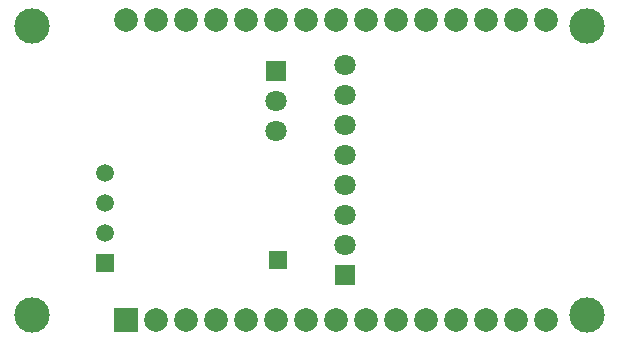
<source format=gbl>
G04*
G04 #@! TF.GenerationSoftware,Altium Limited,Altium Designer,23.1.1 (15)*
G04*
G04 Layer_Physical_Order=2*
G04 Layer_Color=16711680*
%FSLAX44Y44*%
%MOMM*%
G71*
G04*
G04 #@! TF.SameCoordinates,2FF289F7-6F38-4013-8A37-0DA1D97FE99B*
G04*
G04*
G04 #@! TF.FilePolarity,Positive*
G04*
G01*
G75*
%ADD11R,1.8000X1.8000*%
%ADD12C,1.8000*%
%ADD13R,1.5000X1.5000*%
%ADD14C,1.5000*%
%ADD15R,1.5000X1.5000*%
%ADD16R,2.0000X2.0000*%
%ADD17C,2.0000*%
%ADD18C,3.0000*%
D11*
X252730Y344170D02*
D03*
X311150Y171450D02*
D03*
D12*
X252730Y318770D02*
D03*
Y293370D02*
D03*
X311150Y349250D02*
D03*
Y323850D02*
D03*
Y298450D02*
D03*
Y273050D02*
D03*
Y247650D02*
D03*
Y222250D02*
D03*
Y196850D02*
D03*
D13*
X254000Y184150D02*
D03*
D14*
X107950Y232410D02*
D03*
Y207010D02*
D03*
Y257810D02*
D03*
D15*
Y181610D02*
D03*
D16*
X125730Y133350D02*
D03*
D17*
X151130D02*
D03*
X176530D02*
D03*
X201930D02*
D03*
X227330D02*
D03*
X252730D02*
D03*
X278130D02*
D03*
X303530D02*
D03*
X328930D02*
D03*
X354330D02*
D03*
X379730D02*
D03*
X405130D02*
D03*
X430530D02*
D03*
X455930D02*
D03*
X481330D02*
D03*
X125730Y387350D02*
D03*
X151130D02*
D03*
X176530D02*
D03*
X201930D02*
D03*
X227330D02*
D03*
X252730D02*
D03*
X278130D02*
D03*
X303530D02*
D03*
X328930D02*
D03*
X354330D02*
D03*
X379730D02*
D03*
X405130D02*
D03*
X430530D02*
D03*
X455930D02*
D03*
X481330D02*
D03*
D18*
X515630Y137550D02*
D03*
Y382650D02*
D03*
X46130D02*
D03*
Y137550D02*
D03*
M02*

</source>
